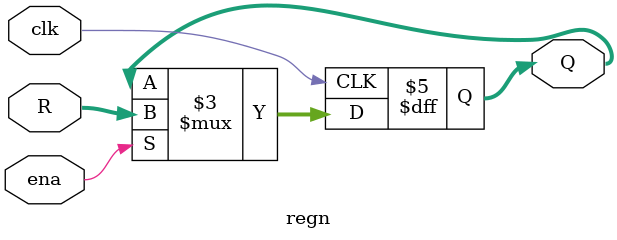
<source format=v>
module regn #(parameter N = 9)
				(input [N-1:0] R,
				input ena, clk,
				output reg [N-1:0] Q);

	always @(posedge clk)
		if (ena) Q <= R;
		else Q <= Q;
			
endmodule

</source>
